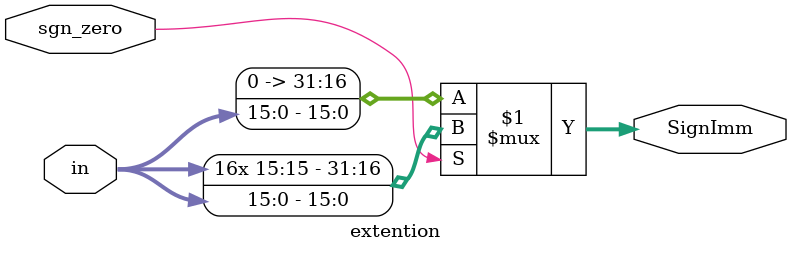
<source format=v>
`timescale 1ns/1ns

module extention (
	input [15:0] in,
	input sgn_zero,
	output [31:0] SignImm
) ;

	assign SignImm = (sgn_zero) ? {{16{in[15]}},in} : {16'h0000, in} ;

endmodule 
</source>
